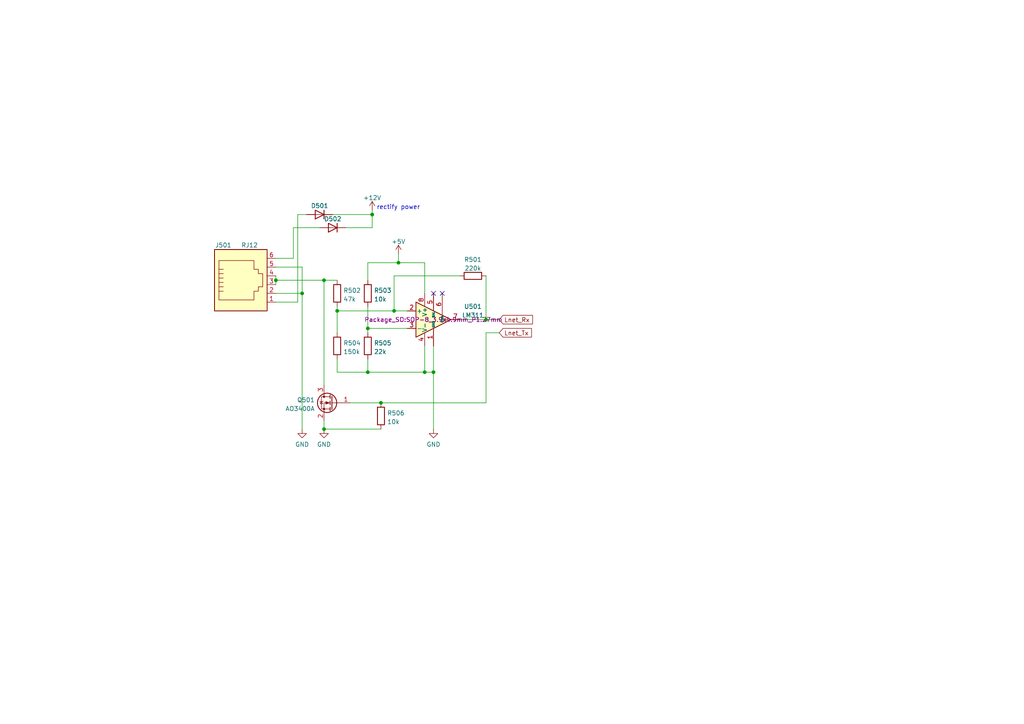
<source format=kicad_sch>
(kicad_sch (version 20211123) (generator eeschema)
  (paper "A4")
  (lib_symbols
    (symbol "Comparator:LM311" (pin_names (offset 0.127))
      (property "Reference" "U" (at 3.81 6.35 0))
      (property "Value" "LM311" (at 3.81 3.81 0))
      (symbol "LM311_0_1"
        (polyline (pts (xy 5.08 0) (xy -5.08 5.08) (xy -5.08 -5.08) (xy 5.08 0)) (stroke (width 0.254)) (fill (type background)))
        (polyline (pts (xy 3.683 -0.381) (xy 3.302 -0.381) (xy 3.683 0) (xy 3.302 0.381) (xy 2.921 0) (xy 3.302 -0.381) (xy 2.921 -0.381)) (stroke (width 0.127)))
      )
      (symbol "LM311_1_1"
        (pin passive line (at 0 -7.62 90) (length 5.08) (name "GND") (number "1"))
        (pin input line (at -7.62 2.54 0) (length 2.54) (name "+") (number "2"))
        (pin input line (at -7.62 -2.54 0) (length 2.54) (name "-") (number "3"))
        (pin power_in line (at -2.54 -7.62 90) (length 3.81) (name "V-") (number "4"))
        (pin input line (at 0 7.62 270) (length 5.08) (name "BAL") (number "5"))
        (pin input line (at 2.54 7.62 270) (length 6.35) (name "STRB") (number "6"))
        (pin open_collector line (at 7.62 0 180) (length 2.54) (name "~") (number "7"))
        (pin power_in line (at -2.54 7.62 270) (length 3.81) (name "V+") (number "8"))
      )
    )
    (symbol "Connector:RJ12" (pin_names (offset 1.016))
      (property "Reference" "J" (at -5.08 11.43 0))
      (property "Value" "RJ12" (at 2.54 11.43 0))
      (symbol "RJ12_0_1"
        (polyline (pts (xy -6.35 -1.905) (xy -5.08 -1.905) (xy -5.08 -1.905)))
        (polyline (pts (xy -6.35 -0.635) (xy -5.08 -0.635) (xy -5.08 -0.635)))
        (polyline (pts (xy -6.35 0.635) (xy -5.08 0.635) (xy -5.08 0.635)))
        (polyline (pts (xy -6.35 1.905) (xy -5.08 1.905) (xy -5.08 1.905)))
        (polyline (pts (xy -6.35 3.175) (xy -5.08 3.175) (xy -5.08 3.175)))
        (polyline (pts (xy -5.08 4.445) (xy -6.35 4.445) (xy -6.35 4.445)))
        (polyline (pts (xy -6.35 -4.445) (xy -6.35 6.985) (xy 3.81 6.985) (xy 3.81 4.445) (xy 5.08 4.445) (xy 5.08 3.175) (xy 6.35 3.175) (xy 6.35 -0.635) (xy 5.08 -0.635) (xy 5.08 -1.905) (xy 3.81 -1.905) (xy 3.81 -4.445) (xy -6.35 -4.445) (xy -6.35 -4.445)))
        (rectangle (start 7.62 10.16) (end -7.62 -7.62) (stroke (width 0.254)) (fill (type background)))
      )
      (symbol "RJ12_1_1"
        (pin passive line (at 10.16 -5.08 180) (length 2.54) (name "~") (number "1"))
        (pin passive line (at 10.16 -2.54 180) (length 2.54) (name "~") (number "2"))
        (pin passive line (at 10.16 0 180) (length 2.54) (name "~") (number "3"))
        (pin passive line (at 10.16 2.54 180) (length 2.54) (name "~") (number "4"))
        (pin passive line (at 10.16 5.08 180) (length 2.54) (name "~") (number "5"))
        (pin passive line (at 10.16 7.62 180) (length 2.54) (name "~") (number "6"))
      )
    )
    (symbol "Device:D" (pin_numbers hide) (pin_names (offset 1.016) hide)
      (property "Reference" "D" (at 0 2.54 0))
      (property "Value" "D" (at 0 -2.54 0))
      (symbol "D_0_1"
        (polyline (pts (xy -1.27 1.27) (xy -1.27 -1.27)) (stroke (width 0.254)))
        (polyline (pts (xy 1.27 0) (xy -1.27 0)))
        (polyline (pts (xy 1.27 1.27) (xy 1.27 -1.27) (xy -1.27 0) (xy 1.27 1.27)) (stroke (width 0.254)))
      )
      (symbol "D_1_1"
        (pin passive line (at -3.81 0 0) (length 2.54) (name "K") (number "1"))
        (pin passive line (at 3.81 0 180) (length 2.54) (name "A") (number "2"))
      )
    )
    (symbol "Device:R" (pin_numbers hide) (pin_names (offset 0))
      (property "Reference" "R" (at 2.032 0 90))
      (property "Value" "R" (at 0 0 90))
      (symbol "R_0_1"
        (rectangle (start -1.016 -2.54) (end 1.016 2.54) (stroke (width 0.254)))
      )
      (symbol "R_1_1"
        (pin passive line (at 0 3.81 270) (length 1.27) (name "~") (number "1"))
        (pin passive line (at 0 -3.81 90) (length 1.27) (name "~") (number "2"))
      )
    )
    (symbol "Transistor_FET:AO3400A" (pin_names hide)
      (property "Reference" "Q" (at 5.08 1.905 0))
      (property "Value" "AO3400A" (at 5.08 0 0))
      (symbol "AO3400A_0_1"
        (polyline (pts (xy 0.254 0) (xy -2.54 0)))
        (polyline (pts (xy 0.254 1.905) (xy 0.254 -1.905)) (stroke (width 0.254)))
        (polyline (pts (xy 0.762 -1.27) (xy 0.762 -2.286)) (stroke (width 0.254)))
        (polyline (pts (xy 0.762 0.508) (xy 0.762 -0.508)) (stroke (width 0.254)))
        (polyline (pts (xy 0.762 2.286) (xy 0.762 1.27)) (stroke (width 0.254)))
        (polyline (pts (xy 2.54 2.54) (xy 2.54 1.778)))
        (polyline (pts (xy 2.54 -2.54) (xy 2.54 0) (xy 0.762 0)))
        (polyline (pts (xy 0.762 -1.778) (xy 3.302 -1.778) (xy 3.302 1.778) (xy 0.762 1.778)))
        (polyline (pts (xy 1.016 0) (xy 2.032 0.381) (xy 2.032 -0.381) (xy 1.016 0)) (fill (type outline)))
        (polyline (pts (xy 2.794 0.508) (xy 2.921 0.381) (xy 3.683 0.381) (xy 3.81 0.254)))
        (polyline (pts (xy 3.302 0.381) (xy 2.921 -0.254) (xy 3.683 -0.254) (xy 3.302 0.381)))
        (circle (center 1.651 0) (radius 2.794) (stroke (width 0.254)))
        (circle (center 2.54 -1.778) (radius 0.254) (fill (type outline)))
        (circle (center 2.54 1.778) (radius 0.254) (fill (type outline)))
      )
      (symbol "AO3400A_1_1"
        (pin input line (at -5.08 0 0) (length 2.54) (name "G") (number "1"))
        (pin passive line (at 2.54 -5.08 90) (length 2.54) (name "S") (number "2"))
        (pin passive line (at 2.54 5.08 270) (length 2.54) (name "D") (number "3"))
      )
    )
    (symbol "power:+12V" (power) (pin_names (offset 0))
      (property "Value" "+12V" (at 0 3.556 0))
      (symbol "+12V_0_1"
        (polyline (pts (xy -0.762 1.27) (xy 0 2.54)))
        (polyline (pts (xy 0 0) (xy 0 2.54)))
        (polyline (pts (xy 0 2.54) (xy 0.762 1.27)))
      )
      (symbol "+12V_1_1"
        (pin power_in line (at 0 0 90) (length 0) hide (name "+12V") (number "1"))
      )
    )
    (symbol "power:+5V" (power) (pin_names (offset 0))
      (property "Value" "+5V" (at 0 3.556 0))
      (symbol "+5V_0_1"
        (polyline (pts (xy -0.762 1.27) (xy 0 2.54)))
        (polyline (pts (xy 0 0) (xy 0 2.54)))
        (polyline (pts (xy 0 2.54) (xy 0.762 1.27)))
      )
      (symbol "+5V_1_1"
        (pin power_in line (at 0 0 90) (length 0) hide (name "+5V") (number "1"))
      )
    )
    (symbol "power:GND" (power) (pin_names (offset 0))
      (property "Value" "GND" (at 0 -3.81 0))
      (symbol "GND_0_1"
        (polyline (pts (xy 0 0) (xy 0 -1.27) (xy 1.27 -1.27) (xy 0 -2.54) (xy -1.27 -1.27) (xy 0 -1.27)))
      )
      (symbol "GND_1_1"
        (pin power_in line (at 0 0 270) (length 0) hide (name "GND") (number "1"))
      )
    )
  )
  (junction (at 87.63 85.09))
  (junction (at 123.19 107.95))
  (junction (at 115.57 76.2))
  (junction (at 140.97 92.71))
  (junction (at 93.98 124.46))
  (junction (at 114.3 90.17))
  (junction (at 107.95 62.23))
  (junction (at 106.68 107.95))
  (junction (at 110.49 116.84))
  (junction (at 106.68 95.25))
  (junction (at 125.73 107.95))
  (junction (at 93.98 81.28))
  (junction (at 80.01 81.28))
  (junction (at 97.79 90.17))
  (no_connect (at 128.27 85.09))
  (no_connect (at 125.73 85.09))
  (wire (pts (xy 97.79 107.95) (xy 106.68 107.95)))
  (wire (pts (xy 97.79 90.17) (xy 114.3 90.17)))
  (wire (pts (xy 87.63 85.09) (xy 87.63 77.47)))
  (wire (pts (xy 107.95 60.96) (xy 107.95 62.23)))
  (wire (pts (xy 115.57 76.2) (xy 115.57 73.66)))
  (wire (pts (xy 106.68 95.25) (xy 106.68 96.52)))
  (wire (pts (xy 106.68 107.95) (xy 123.19 107.95)))
  (wire (pts (xy 106.68 76.2) (xy 106.68 81.28)))
  (wire (pts (xy 123.19 85.09) (xy 123.19 76.2)))
  (wire (pts (xy 118.11 90.17) (xy 114.3 90.17)))
  (wire (pts (xy 93.98 81.28) (xy 97.79 81.28)))
  (wire (pts (xy 123.19 107.95) (xy 123.19 100.33)))
  (wire (pts (xy 97.79 88.9) (xy 97.79 90.17)))
  (wire (pts (xy 114.3 90.17) (xy 114.3 80.01)))
  (wire (pts (xy 80.01 81.28) (xy 80.01 82.55)))
  (wire (pts (xy 110.49 116.84) (xy 140.97 116.84)))
  (wire (pts (xy 140.97 92.71) (xy 133.35 92.71)))
  (wire (pts (xy 93.98 81.28) (xy 93.98 111.76)))
  (wire (pts (xy 114.3 80.01) (xy 133.35 80.01)))
  (wire (pts (xy 87.63 85.09) (xy 87.63 124.46)))
  (wire (pts (xy 80.01 81.28) (xy 93.98 81.28)))
  (wire (pts (xy 85.09 66.04) (xy 92.71 66.04)))
  (wire (pts (xy 140.97 96.52) (xy 140.97 116.84)))
  (wire (pts (xy 80.01 87.63) (xy 86.36 87.63)))
  (wire (pts (xy 96.52 62.23) (xy 107.95 62.23)))
  (wire (pts (xy 86.36 62.23) (xy 88.9 62.23)))
  (wire (pts (xy 107.95 62.23) (xy 107.95 66.04)))
  (wire (pts (xy 85.09 66.04) (xy 85.09 74.93)))
  (wire (pts (xy 140.97 92.71) (xy 144.78 92.71)))
  (wire (pts (xy 93.98 124.46) (xy 110.49 124.46)))
  (wire (pts (xy 106.68 76.2) (xy 115.57 76.2)))
  (wire (pts (xy 125.73 124.46) (xy 125.73 107.95)))
  (wire (pts (xy 80.01 85.09) (xy 87.63 85.09)))
  (wire (pts (xy 106.68 88.9) (xy 106.68 95.25)))
  (wire (pts (xy 107.95 66.04) (xy 100.33 66.04)))
  (wire (pts (xy 123.19 107.95) (xy 125.73 107.95)))
  (wire (pts (xy 123.19 76.2) (xy 115.57 76.2)))
  (wire (pts (xy 80.01 80.01) (xy 80.01 81.28)))
  (wire (pts (xy 80.01 74.93) (xy 85.09 74.93)))
  (wire (pts (xy 106.68 107.95) (xy 106.68 104.14)))
  (wire (pts (xy 125.73 107.95) (xy 125.73 100.33)))
  (wire (pts (xy 140.97 80.01) (xy 140.97 92.71)))
  (wire (pts (xy 144.78 96.52) (xy 140.97 96.52)))
  (wire (pts (xy 86.36 62.23) (xy 86.36 87.63)))
  (wire (pts (xy 106.68 95.25) (xy 118.11 95.25)))
  (wire (pts (xy 97.79 90.17) (xy 97.79 96.52)))
  (wire (pts (xy 97.79 104.14) (xy 97.79 107.95)))
  (wire (pts (xy 93.98 121.92) (xy 93.98 124.46)))
  (wire (pts (xy 101.6 116.84) (xy 110.49 116.84)))
  (wire (pts (xy 87.63 77.47) (xy 80.01 77.47)))
  (text "rectify power" (at 109.22 60.96 0) (effects (font (size 1.27 1.27)) (justify left bottom)))
  (global_label "Lnet_Tx" (shape input) (at 144.78 96.52 0) (property "Intersheet References" "${INTERSHEET_REFS}" (effects hide)))
  (global_label "Lnet_Rx" (shape input) (at 144.78 92.71 0) (property "Intersheet References" "${INTERSHEET_REFS}" (effects hide)))
  (symbol (lib_id "power:GND") (at 93.98 124.46 0) (unit 1)
    (property "Reference" "#PWR0504" (effects hide))
    (property "Value" "GND" (at 93.98 128.9034 0))
  )
  (symbol (lib_id "power:GND") (at 87.63 124.46 0) (unit 1)
    (property "Reference" "#PWR0503" (effects hide))
    (property "Value" "GND" (at 87.63 128.9034 0))
  )
  (symbol (lib_id "power:+5V") (at 115.57 73.66 0) (unit 1)
    (property "Reference" "#PWR0502" (effects hide))
    (property "Value" "+5V" (at 115.57 70.0842 0))
  )
  (symbol (lib_id "Comparator:LM311") (at 125.73 92.71 0) (unit 1)
    (property "Reference" "U501" (at 137.16 88.9 0))
    (property "Value" "LM311" (at 137.16 91.44 0))
    (property "Footprint" "Package_SO:SOP-8_3.9x4.9mm_P1.27mm" (at 125.73 92.71 0))
    (property "Datasheet" "https://www.st.com/resource/en/datasheet/lm311.pdf" (effects hide))
    (property "JLCPCB Part#" "C434495" (effects hide))
  )
  (symbol (lib_id "Device:R") (at 97.79 100.33 180) (unit 1)
    (property "Reference" "R504" (at 99.568 99.4953 0) (effects (justify right)))
    (property "Value" "150k" (at 99.568 102.0322 0) (effects (justify right)))
    (property "Footprint" "Resistor_SMD:R_0805_2012Metric_Pad1.20x1.40mm_HandSolder" (effects hide))
  )
  (symbol (lib_id "Device:R") (at 106.68 100.33 180) (unit 1)
    (property "Reference" "R505" (at 108.458 99.4953 0) (effects (justify right)))
    (property "Value" "22k" (at 108.458 102.0322 0) (effects (justify right)))
    (property "Footprint" "Resistor_SMD:R_0805_2012Metric_Pad1.20x1.40mm_HandSolder" (effects hide))
  )
  (symbol (lib_id "Device:R") (at 97.79 85.09 180) (unit 1)
    (property "Reference" "R502" (at 99.568 84.2553 0) (effects (justify right)))
    (property "Value" "47k" (at 99.568 86.7922 0) (effects (justify right)))
    (property "Footprint" "Resistor_SMD:R_0805_2012Metric_Pad1.20x1.40mm_HandSolder" (effects hide))
  )
  (symbol (lib_id "Device:R") (at 110.49 120.65 0) (unit 1)
    (property "Reference" "R506" (at 112.268 119.8153 0) (effects (justify left)))
    (property "Value" "10k" (at 112.268 122.3522 0) (effects (justify left)))
    (property "Footprint" "Resistor_SMD:R_0805_2012Metric_Pad1.20x1.40mm_HandSolder" (effects hide))
  )
  (symbol (lib_id "Transistor_FET:AO3400A") (at 96.52 116.84 0) (mirror y) (unit 1)
    (property "Reference" "Q501" (at 91.3131 116.0053 0) (effects (justify left)))
    (property "Value" "AO3400A" (at 91.3131 118.5422 0) (effects (justify left)))
    (property "Footprint" "Package_TO_SOT_SMD:SOT-23" (effects hide))
    (property "Datasheet" "http://www.aosmd.com/pdfs/datasheet/AO3400A.pdf" (effects hide))
    (property "JLCPCB Part#" "C20917" (effects hide))
  )
  (symbol (lib_id "Connector:RJ12") (at 69.85 82.55 0) (unit 1)
    (property "Reference" "J501" (at 64.77 71.12 0))
    (property "Value" "RJ12" (at 72.39 71.12 0))
    (property "Footprint" "Connector_RJ:RJ12_Amphenol_54601" (effects hide))
    (property "JLCPCB Part#" "C77859" (effects hide))
  )
  (symbol (lib_id "Device:D") (at 96.52 66.04 180) (unit 1)
    (property "Reference" "D502" (at 96.52 63.5 0))
    (property "Value" "D" (effects hide))
    (property "Footprint" "Diode_SMD:D_SMA" (effects hide))
    (property "JLCPCB Part#" "C14996" (effects hide))
  )
  (symbol (lib_id "Device:D") (at 92.71 62.23 180) (unit 1)
    (property "Reference" "D501" (at 92.71 59.69 0))
    (property "Value" "D" (effects hide))
    (property "Footprint" "Diode_SMD:D_SMA" (effects hide))
    (property "JLCPCB Part#" "C14996" (effects hide))
  )
  (symbol (lib_id "Device:R") (at 106.68 85.09 180) (unit 1)
    (property "Reference" "R503" (at 108.458 84.2553 0) (effects (justify right)))
    (property "Value" "10k" (at 108.458 86.7922 0) (effects (justify right)))
    (property "Footprint" "Resistor_SMD:R_0805_2012Metric_Pad1.20x1.40mm_HandSolder" (effects hide))
  )
  (symbol (lib_id "power:GND") (at 125.73 124.46 0) (unit 1)
    (property "Reference" "#PWR0505" (effects hide))
    (property "Value" "GND" (at 125.73 128.9034 0))
  )
  (symbol (lib_id "power:+12V") (at 107.95 60.96 0) (unit 1)
    (property "Reference" "#PWR0501" (effects hide))
    (property "Value" "+12V" (at 107.95 57.3842 0))
  )
  (symbol (lib_id "Device:R") (at 137.16 80.01 90) (unit 1)
    (property "Reference" "R501" (at 137.16 75.2942 90))
    (property "Value" "220k" (at 137.16 77.8311 90))
    (property "Footprint" "Resistor_SMD:R_0805_2012Metric_Pad1.20x1.40mm_HandSolder" (effects hide))
  )
)
</source>
